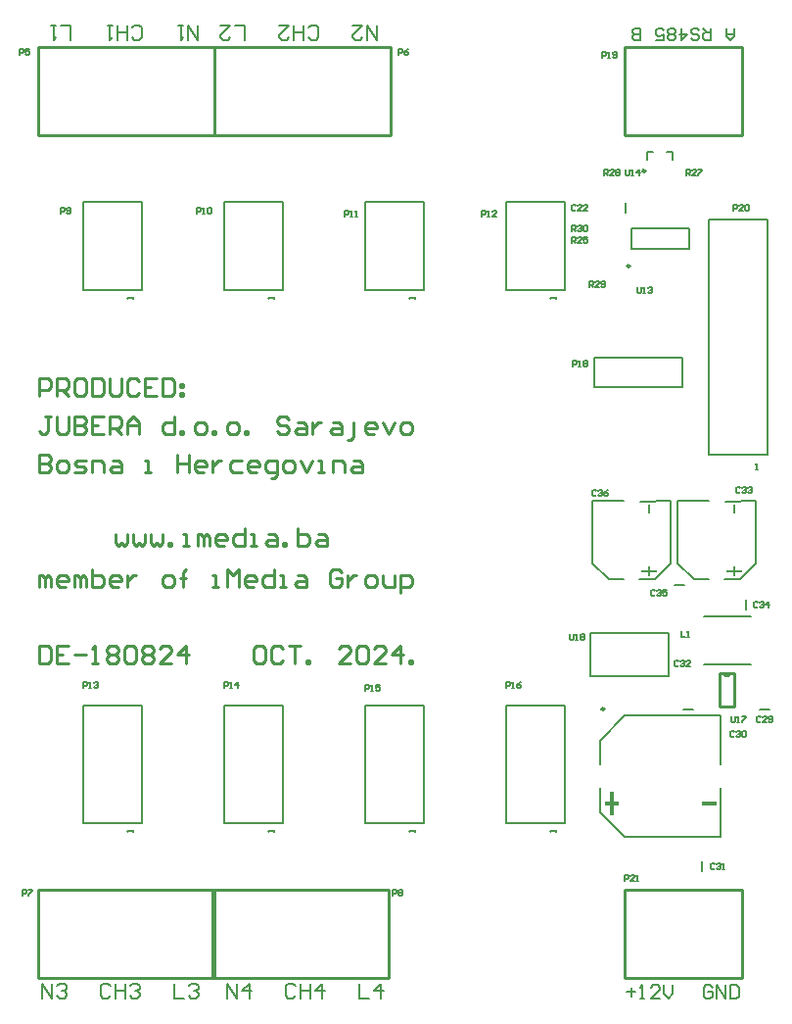
<source format=gto>
G04*
G04 #@! TF.GenerationSoftware,Altium Limited,Altium Designer,24.5.2 (23)*
G04*
G04 Layer_Color=65535*
%FSLAX25Y25*%
%MOIN*%
G70*
G04*
G04 #@! TF.SameCoordinates,2268A734-3591-48FF-B187-AB4D2D4595D2*
G04*
G04*
G04 #@! TF.FilePolarity,Positive*
G04*
G01*
G75*
%ADD10C,0.00984*%
%ADD11C,0.01000*%
%ADD12C,0.00787*%
%ADD13C,0.00598*%
%ADD14C,0.00600*%
%ADD15C,0.00800*%
%ADD16C,0.00500*%
G36*
X251576Y166996D02*
X250797D01*
Y170114D01*
X251576D01*
Y166996D01*
D02*
G37*
G36*
X222576D02*
X221797D01*
Y170114D01*
X222576D01*
Y166996D01*
D02*
G37*
G36*
X251576Y147638D02*
X253785D01*
Y146858D01*
X251576D01*
Y145689D01*
X250797D01*
Y146858D01*
X248588D01*
Y147638D01*
X250797D01*
Y148807D01*
X251576D01*
Y147638D01*
D02*
G37*
G36*
X222576D02*
X224785D01*
Y146858D01*
X222576D01*
Y145689D01*
X221797D01*
Y146858D01*
X219588D01*
Y147638D01*
X221797D01*
Y148807D01*
X222576D01*
Y147638D01*
D02*
G37*
G36*
X245133Y67641D02*
X240267D01*
Y68857D01*
X245133D01*
Y67641D01*
D02*
G37*
G36*
X210057Y68857D02*
X211881D01*
Y67641D01*
X210057D01*
Y64194D01*
X208840D01*
Y67641D01*
X207015D01*
Y68857D01*
X208840D01*
Y72304D01*
X210057D01*
Y68857D01*
D02*
G37*
D10*
X215646Y251102D02*
G03*
X215646Y251102I-492J0D01*
G01*
X220899Y283509D02*
G03*
X220899Y283509I-492J0D01*
G01*
X206937Y100496D02*
G03*
X206937Y100496I-492J0D01*
G01*
D11*
X247683Y112610D02*
G03*
X249553Y112610I935J0D01*
G01*
X73500Y39000D02*
X133500D01*
X73500Y9000D02*
X133500D01*
Y39000D01*
X73500Y9000D02*
Y39000D01*
X14000D02*
X74000D01*
X14000Y9000D02*
X74000D01*
Y39000D01*
X14000Y9000D02*
Y39000D01*
X247683Y112610D02*
X251000D01*
X246200D02*
X249553D01*
X246200Y101390D02*
Y112610D01*
Y101390D02*
X251000D01*
Y112610D01*
X213850Y325650D02*
X253850D01*
X213850Y295650D02*
Y325650D01*
X253850Y295650D02*
Y325650D01*
X213850Y295650D02*
X253850D01*
X74086D02*
X134086D01*
X74086Y325650D02*
X134086D01*
X74086Y295650D02*
Y325650D01*
X134086Y295650D02*
Y325650D01*
X14000Y295650D02*
X74000D01*
X14000Y325650D02*
X74000D01*
X14000Y295650D02*
Y325650D01*
X74000Y295650D02*
Y325650D01*
X213850Y39000D02*
X253850D01*
X213850Y9000D02*
Y39000D01*
X253850Y9000D02*
Y39000D01*
X213850Y9000D02*
X253850D01*
X14524Y142000D02*
Y145999D01*
X15523D01*
X16523Y144999D01*
Y142000D01*
Y144999D01*
X17523Y145999D01*
X18522Y144999D01*
Y142000D01*
X23521D02*
X21521D01*
X20522Y143000D01*
Y144999D01*
X21521Y145999D01*
X23521D01*
X24520Y144999D01*
Y143999D01*
X20522D01*
X26520Y142000D02*
Y145999D01*
X27519D01*
X28519Y144999D01*
Y142000D01*
Y144999D01*
X29519Y145999D01*
X30518Y144999D01*
Y142000D01*
X32518Y147998D02*
Y142000D01*
X35517D01*
X36516Y143000D01*
Y143999D01*
Y144999D01*
X35517Y145999D01*
X32518D01*
X41515Y142000D02*
X39516D01*
X38516Y143000D01*
Y144999D01*
X39516Y145999D01*
X41515D01*
X42515Y144999D01*
Y143999D01*
X38516D01*
X44514Y145999D02*
Y142000D01*
Y143999D01*
X45514Y144999D01*
X46513Y145999D01*
X47513D01*
X57510Y142000D02*
X59509D01*
X60509Y143000D01*
Y144999D01*
X59509Y145999D01*
X57510D01*
X56510Y144999D01*
Y143000D01*
X57510Y142000D01*
X63508D02*
Y146998D01*
Y144999D01*
X62508D01*
X64507D01*
X63508D01*
Y146998D01*
X64507Y147998D01*
X73505Y142000D02*
X75504D01*
X74504D01*
Y145999D01*
X73505D01*
X78503Y142000D02*
Y147998D01*
X80502Y145999D01*
X82502Y147998D01*
Y142000D01*
X87500D02*
X85501D01*
X84501Y143000D01*
Y144999D01*
X85501Y145999D01*
X87500D01*
X88500Y144999D01*
Y143999D01*
X84501D01*
X94498Y147998D02*
Y142000D01*
X91499D01*
X90499Y143000D01*
Y144999D01*
X91499Y145999D01*
X94498D01*
X96497Y142000D02*
X98496D01*
X97497D01*
Y145999D01*
X96497D01*
X102495D02*
X104495D01*
X105494Y144999D01*
Y142000D01*
X102495D01*
X101496Y143000D01*
X102495Y143999D01*
X105494D01*
X117490Y146998D02*
X116491Y147998D01*
X114491D01*
X113492Y146998D01*
Y143000D01*
X114491Y142000D01*
X116491D01*
X117490Y143000D01*
Y144999D01*
X115491D01*
X119490Y145999D02*
Y142000D01*
Y143999D01*
X120489Y144999D01*
X121489Y145999D01*
X122489D01*
X126487Y142000D02*
X128487D01*
X129486Y143000D01*
Y144999D01*
X128487Y145999D01*
X126487D01*
X125488Y144999D01*
Y143000D01*
X126487Y142000D01*
X131486Y145999D02*
Y143000D01*
X132485Y142000D01*
X135485D01*
Y145999D01*
X137484Y140001D02*
Y145999D01*
X140483D01*
X141482Y144999D01*
Y143000D01*
X140483Y142000D01*
X137484D01*
X14500Y121998D02*
Y116000D01*
X17499D01*
X18499Y117000D01*
Y120998D01*
X17499Y121998D01*
X14500D01*
X24497D02*
X20498D01*
Y116000D01*
X24497D01*
X20498Y118999D02*
X22497D01*
X26496D02*
X30495D01*
X32494Y116000D02*
X34493D01*
X33494D01*
Y121998D01*
X32494Y120998D01*
X37493D02*
X38492Y121998D01*
X40492D01*
X41491Y120998D01*
Y119999D01*
X40492Y118999D01*
X41491Y117999D01*
Y117000D01*
X40492Y116000D01*
X38492D01*
X37493Y117000D01*
Y117999D01*
X38492Y118999D01*
X37493Y119999D01*
Y120998D01*
X38492Y118999D02*
X40492D01*
X43491Y120998D02*
X44490Y121998D01*
X46490D01*
X47489Y120998D01*
Y117000D01*
X46490Y116000D01*
X44490D01*
X43491Y117000D01*
Y120998D01*
X49489D02*
X50488Y121998D01*
X52488D01*
X53487Y120998D01*
Y119999D01*
X52488Y118999D01*
X53487Y117999D01*
Y117000D01*
X52488Y116000D01*
X50488D01*
X49489Y117000D01*
Y117999D01*
X50488Y118999D01*
X49489Y119999D01*
Y120998D01*
X50488Y118999D02*
X52488D01*
X59486Y116000D02*
X55487D01*
X59486Y119999D01*
Y120998D01*
X58486Y121998D01*
X56486D01*
X55487Y120998D01*
X64484Y116000D02*
Y121998D01*
X61485Y118999D01*
X65483D01*
X14500Y207000D02*
Y212998D01*
X17499D01*
X18499Y211998D01*
Y209999D01*
X17499Y208999D01*
X14500D01*
X20498Y207000D02*
Y212998D01*
X23497D01*
X24497Y211998D01*
Y209999D01*
X23497Y208999D01*
X20498D01*
X22497D02*
X24497Y207000D01*
X29495Y212998D02*
X27496D01*
X26496Y211998D01*
Y208000D01*
X27496Y207000D01*
X29495D01*
X30495Y208000D01*
Y211998D01*
X29495Y212998D01*
X32494D02*
Y207000D01*
X35493D01*
X36493Y208000D01*
Y211998D01*
X35493Y212998D01*
X32494D01*
X38492D02*
Y208000D01*
X39492Y207000D01*
X41491D01*
X42491Y208000D01*
Y212998D01*
X48489Y211998D02*
X47489Y212998D01*
X45490D01*
X44490Y211998D01*
Y208000D01*
X45490Y207000D01*
X47489D01*
X48489Y208000D01*
X54487Y212998D02*
X50488D01*
Y207000D01*
X54487D01*
X50488Y209999D02*
X52488D01*
X56486Y212998D02*
Y207000D01*
X59486D01*
X60485Y208000D01*
Y211998D01*
X59486Y212998D01*
X56486D01*
X62485Y210999D02*
X63484D01*
Y209999D01*
X62485D01*
Y210999D01*
Y208000D02*
X63484D01*
Y207000D01*
X62485D01*
Y208000D01*
X14500Y186998D02*
Y181000D01*
X17499D01*
X18499Y182000D01*
Y182999D01*
X17499Y183999D01*
X14500D01*
X17499D01*
X18499Y184999D01*
Y185998D01*
X17499Y186998D01*
X14500D01*
X21498Y181000D02*
X23497D01*
X24497Y182000D01*
Y183999D01*
X23497Y184999D01*
X21498D01*
X20498Y183999D01*
Y182000D01*
X21498Y181000D01*
X26496D02*
X29495D01*
X30495Y182000D01*
X29495Y182999D01*
X27496D01*
X26496Y183999D01*
X27496Y184999D01*
X30495D01*
X32494Y181000D02*
Y184999D01*
X35493D01*
X36493Y183999D01*
Y181000D01*
X39492Y184999D02*
X41491D01*
X42491Y183999D01*
Y181000D01*
X39492D01*
X38492Y182000D01*
X39492Y182999D01*
X42491D01*
X50488Y181000D02*
X52488D01*
X51488D01*
Y184999D01*
X50488D01*
X61485Y186998D02*
Y181000D01*
Y183999D01*
X65483D01*
Y186998D01*
Y181000D01*
X70482D02*
X68483D01*
X67483Y182000D01*
Y183999D01*
X68483Y184999D01*
X70482D01*
X71482Y183999D01*
Y182999D01*
X67483D01*
X73481Y184999D02*
Y181000D01*
Y182999D01*
X74481Y183999D01*
X75480Y184999D01*
X76480D01*
X83478D02*
X80479D01*
X79479Y183999D01*
Y182000D01*
X80479Y181000D01*
X83478D01*
X88476D02*
X86477D01*
X85477Y182000D01*
Y183999D01*
X86477Y184999D01*
X88476D01*
X89476Y183999D01*
Y182999D01*
X85477D01*
X93475Y179001D02*
X94474D01*
X95474Y180000D01*
Y184999D01*
X92475D01*
X91475Y183999D01*
Y182000D01*
X92475Y181000D01*
X95474D01*
X98473D02*
X100472D01*
X101472Y182000D01*
Y183999D01*
X100472Y184999D01*
X98473D01*
X97473Y183999D01*
Y182000D01*
X98473Y181000D01*
X103471Y184999D02*
X105471Y181000D01*
X107470Y184999D01*
X109469Y181000D02*
X111469D01*
X110469D01*
Y184999D01*
X109469D01*
X114468Y181000D02*
Y184999D01*
X117467D01*
X118466Y183999D01*
Y181000D01*
X121465Y184999D02*
X123465D01*
X124464Y183999D01*
Y181000D01*
X121465D01*
X120466Y182000D01*
X121465Y182999D01*
X124464D01*
X18499Y199998D02*
X16499D01*
X17499D01*
Y195000D01*
X16499Y194000D01*
X15500D01*
X14500Y195000D01*
X20498Y199998D02*
Y195000D01*
X21498Y194000D01*
X23497D01*
X24497Y195000D01*
Y199998D01*
X26496D02*
Y194000D01*
X29495D01*
X30495Y195000D01*
Y195999D01*
X29495Y196999D01*
X26496D01*
X29495D01*
X30495Y197999D01*
Y198998D01*
X29495Y199998D01*
X26496D01*
X36493D02*
X32494D01*
Y194000D01*
X36493D01*
X32494Y196999D02*
X34493D01*
X38492Y194000D02*
Y199998D01*
X41491D01*
X42491Y198998D01*
Y196999D01*
X41491Y195999D01*
X38492D01*
X40492D02*
X42491Y194000D01*
X44490D02*
Y197999D01*
X46490Y199998D01*
X48489Y197999D01*
Y194000D01*
Y196999D01*
X44490D01*
X60485Y199998D02*
Y194000D01*
X57486D01*
X56486Y195000D01*
Y196999D01*
X57486Y197999D01*
X60485D01*
X62485Y194000D02*
Y195000D01*
X63484D01*
Y194000D01*
X62485D01*
X68483D02*
X70482D01*
X71482Y195000D01*
Y196999D01*
X70482Y197999D01*
X68483D01*
X67483Y196999D01*
Y195000D01*
X68483Y194000D01*
X73481D02*
Y195000D01*
X74481D01*
Y194000D01*
X73481D01*
X79479D02*
X81478D01*
X82478Y195000D01*
Y196999D01*
X81478Y197999D01*
X79479D01*
X78479Y196999D01*
Y195000D01*
X79479Y194000D01*
X84477D02*
Y195000D01*
X85477D01*
Y194000D01*
X84477D01*
X99472Y198998D02*
X98473Y199998D01*
X96473D01*
X95474Y198998D01*
Y197999D01*
X96473Y196999D01*
X98473D01*
X99472Y195999D01*
Y195000D01*
X98473Y194000D01*
X96473D01*
X95474Y195000D01*
X102471Y197999D02*
X104471D01*
X105471Y196999D01*
Y194000D01*
X102471D01*
X101472Y195000D01*
X102471Y195999D01*
X105471D01*
X107470Y197999D02*
Y194000D01*
Y195999D01*
X108470Y196999D01*
X109469Y197999D01*
X110469D01*
X114468D02*
X116467D01*
X117467Y196999D01*
Y194000D01*
X114468D01*
X113468Y195000D01*
X114468Y195999D01*
X117467D01*
X119466Y192001D02*
X120466D01*
X121465Y193000D01*
Y197999D01*
X128463Y194000D02*
X126464D01*
X125464Y195000D01*
Y196999D01*
X126464Y197999D01*
X128463D01*
X129463Y196999D01*
Y195999D01*
X125464D01*
X131462Y197999D02*
X133461Y194000D01*
X135461Y197999D01*
X138460Y194000D02*
X140459D01*
X141459Y195000D01*
Y196999D01*
X140459Y197999D01*
X138460D01*
X137460Y196999D01*
Y195000D01*
X138460Y194000D01*
X90499Y121998D02*
X88500D01*
X87500Y120998D01*
Y117000D01*
X88500Y116000D01*
X90499D01*
X91499Y117000D01*
Y120998D01*
X90499Y121998D01*
X97497Y120998D02*
X96497Y121998D01*
X94498D01*
X93498Y120998D01*
Y117000D01*
X94498Y116000D01*
X96497D01*
X97497Y117000D01*
X99496Y121998D02*
X103495D01*
X101496D01*
Y116000D01*
X105494D02*
Y117000D01*
X106494D01*
Y116000D01*
X105494D01*
X120489D02*
X116491D01*
X120489Y119999D01*
Y120998D01*
X119490Y121998D01*
X117490D01*
X116491Y120998D01*
X122489D02*
X123488Y121998D01*
X125488D01*
X126487Y120998D01*
Y117000D01*
X125488Y116000D01*
X123488D01*
X122489Y117000D01*
Y120998D01*
X132485Y116000D02*
X128487D01*
X132485Y119999D01*
Y120998D01*
X131486Y121998D01*
X129486D01*
X128487Y120998D01*
X137484Y116000D02*
Y121998D01*
X134485Y118999D01*
X138484D01*
X140483Y116000D02*
Y117000D01*
X141482D01*
Y116000D01*
X140483D01*
X40500Y159999D02*
Y157000D01*
X41500Y156000D01*
X42499Y157000D01*
X43499Y156000D01*
X44499Y157000D01*
Y159999D01*
X46498D02*
Y157000D01*
X47498Y156000D01*
X48497Y157000D01*
X49497Y156000D01*
X50497Y157000D01*
Y159999D01*
X52496D02*
Y157000D01*
X53496Y156000D01*
X54496Y157000D01*
X55495Y156000D01*
X56495Y157000D01*
Y159999D01*
X58494Y156000D02*
Y157000D01*
X59494D01*
Y156000D01*
X58494D01*
X63493D02*
X65492D01*
X64492D01*
Y159999D01*
X63493D01*
X68491Y156000D02*
Y159999D01*
X69491D01*
X70490Y158999D01*
Y156000D01*
Y158999D01*
X71490Y159999D01*
X72490Y158999D01*
Y156000D01*
X77488D02*
X75489D01*
X74489Y157000D01*
Y158999D01*
X75489Y159999D01*
X77488D01*
X78488Y158999D01*
Y157999D01*
X74489D01*
X84486Y161998D02*
Y156000D01*
X81487D01*
X80487Y157000D01*
Y158999D01*
X81487Y159999D01*
X84486D01*
X86485Y156000D02*
X88485D01*
X87485D01*
Y159999D01*
X86485D01*
X92483D02*
X94482D01*
X95482Y158999D01*
Y156000D01*
X92483D01*
X91483Y157000D01*
X92483Y157999D01*
X95482D01*
X97482Y156000D02*
Y157000D01*
X98481D01*
Y156000D01*
X97482D01*
X102480Y161998D02*
Y156000D01*
X105479D01*
X106479Y157000D01*
Y157999D01*
Y158999D01*
X105479Y159999D01*
X102480D01*
X109478D02*
X111477D01*
X112477Y158999D01*
Y156000D01*
X109478D01*
X108478Y157000D01*
X109478Y157999D01*
X112477D01*
D12*
X235842Y257008D02*
Y264094D01*
X216158Y257008D02*
Y264094D01*
X235842D01*
X216158Y257008D02*
X235842D01*
X228280Y289808D02*
X230249D01*
Y287446D02*
Y289808D01*
X221587D02*
X223556D01*
X221587Y287446D02*
Y289808D01*
X203500Y210000D02*
X233500D01*
Y220000D01*
X203500D02*
X233500D01*
X203500Y210000D02*
Y220000D01*
X259925Y100307D02*
X263075D01*
X233925D02*
X237075D01*
X255193Y134425D02*
Y137575D01*
X230925Y142693D02*
X234075D01*
X202311Y126284D02*
X228689D01*
Y111716D02*
Y126284D01*
X202311Y111716D02*
X228689D01*
X202311D02*
Y126284D01*
X240193Y45425D02*
Y48575D01*
X193500Y253833D02*
Y273000D01*
Y243000D02*
Y273000D01*
X173500Y243000D02*
Y273000D01*
Y243000D02*
X193500D01*
X173500Y273000D02*
X193500D01*
X145500Y253833D02*
Y273000D01*
Y243000D02*
Y273000D01*
X125500Y243000D02*
Y273000D01*
Y243000D02*
X145500D01*
X125500Y273000D02*
X145500D01*
X97500Y253833D02*
Y273000D01*
Y243000D02*
Y273000D01*
X77500Y243000D02*
Y273000D01*
Y243000D02*
X97500D01*
X77500Y273000D02*
X97500D01*
X49500Y253833D02*
Y273000D01*
Y243000D02*
Y273000D01*
X29500Y243000D02*
Y273000D01*
Y243000D02*
X49500D01*
X29500Y273000D02*
X49500D01*
X214193Y269425D02*
Y272575D01*
X242500Y187000D02*
Y267000D01*
X262500Y187000D02*
Y267000D01*
X242500Y187000D02*
X262500D01*
X242500Y267000D02*
X262500D01*
X145500Y61500D02*
Y101500D01*
X125500Y61500D02*
Y101500D01*
Y61500D02*
X145500D01*
X125500Y101500D02*
X145500D01*
X193500Y61500D02*
Y101500D01*
X173500Y61500D02*
Y101500D01*
Y61500D02*
X193500D01*
X173500Y101500D02*
X193500D01*
X97500Y61500D02*
Y101500D01*
X77500Y61500D02*
Y101500D01*
Y61500D02*
X97500D01*
X77500Y101500D02*
X97500D01*
X49500Y61500D02*
Y101500D01*
X29500Y61500D02*
Y101500D01*
Y61500D02*
X49500D01*
X29500Y101500D02*
X49500D01*
D13*
X246650Y81533D02*
Y98151D01*
Y57000D02*
Y73619D01*
X205499Y65410D02*
Y73619D01*
Y81533D02*
Y89741D01*
D14*
X213909Y98151D02*
X246650D01*
X205499Y89741D02*
X213909Y98151D01*
Y57000D02*
X246650D01*
X205499Y65410D02*
X213909Y57000D01*
X208415Y144610D02*
X213510D01*
X202918Y150106D02*
X208415Y144610D01*
X202918Y150106D02*
Y171194D01*
X213424Y171168D01*
X218910Y144664D02*
X224010Y144612D01*
X229500Y150102D01*
Y171192D01*
X219121Y171113D02*
X229500Y171192D01*
X237415Y144610D02*
X242510D01*
X231918Y150106D02*
X237415Y144610D01*
X231918Y150106D02*
Y171194D01*
X242424Y171168D01*
X247910Y144664D02*
X253010Y144612D01*
X258500Y150102D01*
Y171192D01*
X248120Y171113D02*
X258500Y171192D01*
D15*
X240953Y132035D02*
X256701Y132035D01*
X240953Y115500D02*
X256701Y115500D01*
X251000Y332000D02*
Y329334D01*
X249667Y328001D01*
X248334Y329334D01*
Y332000D01*
Y330001D01*
X251000D01*
X243003Y332000D02*
Y328001D01*
X241003D01*
X240337Y328668D01*
Y330001D01*
X241003Y330667D01*
X243003D01*
X241670D02*
X240337Y332000D01*
X236338Y328668D02*
X237004Y328001D01*
X238337D01*
X239004Y328668D01*
Y329334D01*
X238337Y330001D01*
X237004D01*
X236338Y330667D01*
Y331334D01*
X237004Y332000D01*
X238337D01*
X239004Y331334D01*
X233006Y332000D02*
Y328001D01*
X235005Y330001D01*
X232339D01*
X231006Y328668D02*
X230340Y328001D01*
X229007D01*
X228341Y328668D01*
Y329334D01*
X229007Y330001D01*
X228341Y330667D01*
Y331334D01*
X229007Y332000D01*
X230340D01*
X231006Y331334D01*
Y330667D01*
X230340Y330001D01*
X231006Y329334D01*
Y328668D01*
X230340Y330001D02*
X229007D01*
X224342Y328001D02*
X227008D01*
Y330001D01*
X225675Y329334D01*
X225008D01*
X224342Y330001D01*
Y331334D01*
X225008Y332000D01*
X226341D01*
X227008Y331334D01*
X219010Y328001D02*
Y332000D01*
X217011D01*
X216344Y331334D01*
Y330667D01*
X217011Y330001D01*
X219010D01*
X217011D01*
X216344Y329334D01*
Y328668D01*
X217011Y328001D01*
X219010D01*
X214500Y4249D02*
X217499D01*
X216000Y5749D02*
Y2750D01*
X218999Y2000D02*
X220498D01*
X219748D01*
Y6499D01*
X218999Y5749D01*
X225746Y2000D02*
X222747D01*
X225746Y4999D01*
Y5749D01*
X224997Y6499D01*
X223497D01*
X222747Y5749D01*
X227246Y6499D02*
Y3500D01*
X228745Y2000D01*
X230245Y3500D01*
Y6499D01*
X243741Y5749D02*
X242991Y6499D01*
X241491D01*
X240741Y5749D01*
Y2750D01*
X241491Y2000D01*
X242991D01*
X243741Y2750D01*
Y4249D01*
X242241D01*
X245240Y2000D02*
Y6499D01*
X248239Y2000D01*
Y6499D01*
X249739D02*
Y2000D01*
X251988D01*
X252738Y2750D01*
Y5749D01*
X251988Y6499D01*
X249739D01*
X15500Y2000D02*
Y6998D01*
X18832Y2000D01*
Y6998D01*
X20498Y6165D02*
X21331Y6998D01*
X22998D01*
X23831Y6165D01*
Y5332D01*
X22998Y4499D01*
X22164D01*
X22998D01*
X23831Y3666D01*
Y2833D01*
X22998Y2000D01*
X21331D01*
X20498Y2833D01*
X38826Y6165D02*
X37993Y6998D01*
X36327D01*
X35493Y6165D01*
Y2833D01*
X36327Y2000D01*
X37993D01*
X38826Y2833D01*
X40492Y6998D02*
Y2000D01*
Y4499D01*
X43824D01*
Y6998D01*
Y2000D01*
X45490Y6165D02*
X46323Y6998D01*
X47989D01*
X48823Y6165D01*
Y5332D01*
X47989Y4499D01*
X47156D01*
X47989D01*
X48823Y3666D01*
Y2833D01*
X47989Y2000D01*
X46323D01*
X45490Y2833D01*
X60485Y6998D02*
Y2000D01*
X63818D01*
X65484Y6165D02*
X66317Y6998D01*
X67983D01*
X68816Y6165D01*
Y5332D01*
X67983Y4499D01*
X67150D01*
X67983D01*
X68816Y3666D01*
Y2833D01*
X67983Y2000D01*
X66317D01*
X65484Y2833D01*
X68500Y333000D02*
Y328002D01*
X65168Y333000D01*
Y328002D01*
X63502Y333000D02*
X61835D01*
X62669D01*
Y328002D01*
X63502Y328835D01*
X46007D02*
X46840Y328002D01*
X48507D01*
X49340Y328835D01*
Y332167D01*
X48507Y333000D01*
X46840D01*
X46007Y332167D01*
X44341Y328002D02*
Y333000D01*
Y330501D01*
X41009D01*
Y328002D01*
Y333000D01*
X39343D02*
X37677D01*
X38510D01*
Y328002D01*
X39343Y328835D01*
X25181Y328002D02*
Y333000D01*
X21848D01*
X20182D02*
X18516D01*
X19349D01*
Y328002D01*
X20182Y328835D01*
X129500Y333000D02*
Y328002D01*
X126168Y333000D01*
Y328002D01*
X121169Y333000D02*
X124502D01*
X121169Y329668D01*
Y328835D01*
X122002Y328002D01*
X123669D01*
X124502Y328835D01*
X106174D02*
X107007Y328002D01*
X108673D01*
X109506Y328835D01*
Y332167D01*
X108673Y333000D01*
X107007D01*
X106174Y332167D01*
X104508Y328002D02*
Y333000D01*
Y330501D01*
X101176D01*
Y328002D01*
Y333000D01*
X96178D02*
X99510D01*
X96178Y329668D01*
Y328835D01*
X97010Y328002D01*
X98677D01*
X99510Y328835D01*
X84515Y328002D02*
Y333000D01*
X81182D01*
X76184D02*
X79516D01*
X76184Y329668D01*
Y328835D01*
X77017Y328002D01*
X78683D01*
X79516Y328835D01*
X78500Y2000D02*
Y6998D01*
X81832Y2000D01*
Y6998D01*
X85998Y2000D02*
Y6998D01*
X83498Y4499D01*
X86831D01*
X101826Y6165D02*
X100993Y6998D01*
X99327D01*
X98493Y6165D01*
Y2833D01*
X99327Y2000D01*
X100993D01*
X101826Y2833D01*
X103492Y6998D02*
Y2000D01*
Y4499D01*
X106824D01*
Y6998D01*
Y2000D01*
X110989D02*
Y6998D01*
X108490Y4499D01*
X111822D01*
X123485Y6998D02*
Y2000D01*
X126818D01*
X130983D02*
Y6998D01*
X128484Y4499D01*
X131816D01*
D16*
X258500Y182000D02*
X259166D01*
X258833D01*
Y183999D01*
X258500Y183666D01*
X142500Y58500D02*
Y59166D01*
Y58833D01*
X140501D01*
X140834Y58500D01*
X142500Y240000D02*
Y240666D01*
Y240333D01*
X140501D01*
X140834Y240000D01*
X190500D02*
Y240666D01*
Y240333D01*
X188501D01*
X188834Y240000D01*
X94500D02*
Y240666D01*
Y240333D01*
X92501D01*
X92834Y240000D01*
X46500D02*
Y240666D01*
Y240333D01*
X44501D01*
X44834Y240000D01*
X190500Y58500D02*
Y59166D01*
Y58833D01*
X188501D01*
X188834Y58500D01*
X94500D02*
Y59166D01*
Y58833D01*
X92501D01*
X92834Y58500D01*
X46500D02*
Y59166D01*
Y58833D01*
X44501D01*
X44834Y58500D01*
X195001Y126000D02*
Y124334D01*
X195334Y124000D01*
X196001D01*
X196334Y124334D01*
Y126000D01*
X197000Y124000D02*
X197667D01*
X197333D01*
Y126000D01*
X197000Y125666D01*
X198666D02*
X199000Y126000D01*
X199666D01*
X199999Y125666D01*
Y125333D01*
X199666Y125000D01*
X199999Y124667D01*
Y124334D01*
X199666Y124000D01*
X199000D01*
X198666Y124334D01*
Y124667D01*
X199000Y125000D01*
X198666Y125333D01*
Y125666D01*
X199000Y125000D02*
X199666D01*
X250001Y98000D02*
Y96334D01*
X250334Y96000D01*
X251000D01*
X251334Y96334D01*
Y98000D01*
X252000Y96000D02*
X252667D01*
X252333D01*
Y98000D01*
X252000Y97667D01*
X253666Y98000D02*
X254999D01*
Y97667D01*
X253666Y96334D01*
Y96000D01*
X214001Y284000D02*
Y282334D01*
X214334Y282000D01*
X215001D01*
X215334Y282334D01*
Y284000D01*
X216000Y282000D02*
X216667D01*
X216333D01*
Y284000D01*
X216000Y283666D01*
X218666Y282000D02*
Y284000D01*
X217666Y283000D01*
X218999D01*
X218001Y244000D02*
Y242334D01*
X218334Y242000D01*
X219001D01*
X219334Y242334D01*
Y244000D01*
X220000Y242000D02*
X220667D01*
X220333D01*
Y244000D01*
X220000Y243667D01*
X221666D02*
X222000Y244000D01*
X222666D01*
X222999Y243667D01*
Y243333D01*
X222666Y243000D01*
X222333D01*
X222666D01*
X222999Y242667D01*
Y242334D01*
X222666Y242000D01*
X222000D01*
X221666Y242334D01*
X195834Y263000D02*
Y265000D01*
X196834D01*
X197167Y264667D01*
Y264000D01*
X196834Y263667D01*
X195834D01*
X196501D02*
X197167Y263000D01*
X197834Y264667D02*
X198167Y265000D01*
X198833D01*
X199167Y264667D01*
Y264333D01*
X198833Y264000D01*
X198500D01*
X198833D01*
X199167Y263667D01*
Y263334D01*
X198833Y263000D01*
X198167D01*
X197834Y263334D01*
X199833Y264667D02*
X200166Y265000D01*
X200833D01*
X201166Y264667D01*
Y263334D01*
X200833Y263000D01*
X200166D01*
X199833Y263334D01*
Y264667D01*
X201834Y244000D02*
Y246000D01*
X202834D01*
X203167Y245667D01*
Y245000D01*
X202834Y244667D01*
X201834D01*
X202501D02*
X203167Y244000D01*
X205166D02*
X203834D01*
X205166Y245333D01*
Y245667D01*
X204833Y246000D01*
X204167D01*
X203834Y245667D01*
X205833Y244334D02*
X206166Y244000D01*
X206833D01*
X207166Y244334D01*
Y245667D01*
X206833Y246000D01*
X206166D01*
X205833Y245667D01*
Y245333D01*
X206166Y245000D01*
X207166D01*
X206834Y282000D02*
Y284000D01*
X207834D01*
X208167Y283666D01*
Y283000D01*
X207834Y282667D01*
X206834D01*
X207501D02*
X208167Y282000D01*
X210166D02*
X208834D01*
X210166Y283333D01*
Y283666D01*
X209833Y284000D01*
X209167D01*
X208834Y283666D01*
X210833D02*
X211166Y284000D01*
X211833D01*
X212166Y283666D01*
Y283333D01*
X211833Y283000D01*
X212166Y282667D01*
Y282334D01*
X211833Y282000D01*
X211166D01*
X210833Y282334D01*
Y282667D01*
X211166Y283000D01*
X210833Y283333D01*
Y283666D01*
X211166Y283000D02*
X211833D01*
X234834Y282000D02*
Y284000D01*
X235834D01*
X236167Y283666D01*
Y283000D01*
X235834Y282667D01*
X234834D01*
X235501D02*
X236167Y282000D01*
X238166D02*
X236834D01*
X238166Y283333D01*
Y283666D01*
X237833Y284000D01*
X237167D01*
X236834Y283666D01*
X238833Y284000D02*
X240166D01*
Y283666D01*
X238833Y282334D01*
Y282000D01*
X195834Y259000D02*
Y261000D01*
X196834D01*
X197167Y260666D01*
Y260000D01*
X196834Y259667D01*
X195834D01*
X196501D02*
X197167Y259000D01*
X199167D02*
X197834D01*
X199167Y260333D01*
Y260666D01*
X198833Y261000D01*
X198167D01*
X197834Y260666D01*
X201166Y261000D02*
X199833D01*
Y260000D01*
X200499Y260333D01*
X200833D01*
X201166Y260000D01*
Y259334D01*
X200833Y259000D01*
X200166D01*
X199833Y259334D01*
X213900Y42000D02*
Y43999D01*
X214900D01*
X215233Y43666D01*
Y43000D01*
X214900Y42666D01*
X213900D01*
X217232Y42000D02*
X215899D01*
X217232Y43333D01*
Y43666D01*
X216899Y43999D01*
X216233D01*
X215899Y43666D01*
X217899Y42000D02*
X218565D01*
X218232D01*
Y43999D01*
X217899Y43666D01*
X250834Y270000D02*
Y272000D01*
X251834D01*
X252167Y271667D01*
Y271000D01*
X251834Y270667D01*
X250834D01*
X254166Y270000D02*
X252834D01*
X254166Y271333D01*
Y271667D01*
X253833Y272000D01*
X253167D01*
X252834Y271667D01*
X254833D02*
X255166Y272000D01*
X255833D01*
X256166Y271667D01*
Y270334D01*
X255833Y270000D01*
X255166D01*
X254833Y270334D01*
Y271667D01*
X206001Y322000D02*
Y324000D01*
X207000D01*
X207334Y323667D01*
Y323000D01*
X207000Y322667D01*
X206001D01*
X208000Y322000D02*
X208667D01*
X208333D01*
Y324000D01*
X208000Y323667D01*
X209666Y322334D02*
X209999Y322000D01*
X210666D01*
X210999Y322334D01*
Y323667D01*
X210666Y324000D01*
X209999D01*
X209666Y323667D01*
Y323333D01*
X209999Y323000D01*
X210999D01*
X196001Y217000D02*
Y219000D01*
X197001D01*
X197334Y218667D01*
Y218000D01*
X197001Y217667D01*
X196001D01*
X198000Y217000D02*
X198667D01*
X198333D01*
Y219000D01*
X198000Y218667D01*
X199666D02*
X199999Y219000D01*
X200666D01*
X200999Y218667D01*
Y218333D01*
X200666Y218000D01*
X200999Y217667D01*
Y217334D01*
X200666Y217000D01*
X199999D01*
X199666Y217334D01*
Y217667D01*
X199999Y218000D01*
X199666Y218333D01*
Y218667D01*
X199999Y218000D02*
X200666D01*
X173600Y107500D02*
Y109499D01*
X174600D01*
X174933Y109166D01*
Y108500D01*
X174600Y108167D01*
X173600D01*
X175599Y107500D02*
X176266D01*
X175933D01*
Y109499D01*
X175599Y109166D01*
X178598Y109499D02*
X177932Y109166D01*
X177266Y108500D01*
Y107833D01*
X177599Y107500D01*
X178265D01*
X178598Y107833D01*
Y108167D01*
X178265Y108500D01*
X177266D01*
X125600Y106800D02*
Y108799D01*
X126600D01*
X126933Y108466D01*
Y107800D01*
X126600Y107466D01*
X125600D01*
X127599Y106800D02*
X128266D01*
X127933D01*
Y108799D01*
X127599Y108466D01*
X130598Y108799D02*
X129265D01*
Y107800D01*
X129932Y108133D01*
X130265D01*
X130598Y107800D01*
Y107133D01*
X130265Y106800D01*
X129599D01*
X129265Y107133D01*
X77600Y107500D02*
Y109499D01*
X78600D01*
X78933Y109166D01*
Y108500D01*
X78600Y108167D01*
X77600D01*
X79599Y107500D02*
X80266D01*
X79933D01*
Y109499D01*
X79599Y109166D01*
X82265Y107500D02*
Y109499D01*
X81265Y108500D01*
X82598D01*
X29600Y107500D02*
Y109499D01*
X30600D01*
X30933Y109166D01*
Y108500D01*
X30600Y108167D01*
X29600D01*
X31599Y107500D02*
X32266D01*
X31933D01*
Y109499D01*
X31599Y109166D01*
X33266D02*
X33599Y109499D01*
X34265D01*
X34598Y109166D01*
Y108833D01*
X34265Y108500D01*
X33932D01*
X34265D01*
X34598Y108167D01*
Y107833D01*
X34265Y107500D01*
X33599D01*
X33266Y107833D01*
X165001Y268000D02*
Y270000D01*
X166000D01*
X166334Y269667D01*
Y269000D01*
X166000Y268667D01*
X165001D01*
X167000Y268000D02*
X167667D01*
X167333D01*
Y270000D01*
X167000Y269667D01*
X169999Y268000D02*
X168666D01*
X169999Y269333D01*
Y269667D01*
X169666Y270000D01*
X169000D01*
X168666Y269667D01*
X118334Y268000D02*
Y270000D01*
X119334D01*
X119667Y269667D01*
Y269000D01*
X119334Y268667D01*
X118334D01*
X120333Y268000D02*
X121000D01*
X120667D01*
Y270000D01*
X120333Y269667D01*
X122000Y268000D02*
X122666D01*
X122333D01*
Y270000D01*
X122000Y269667D01*
X68001Y269000D02*
Y271000D01*
X69001D01*
X69334Y270667D01*
Y270000D01*
X69001Y269667D01*
X68001D01*
X70000Y269000D02*
X70667D01*
X70333D01*
Y271000D01*
X70000Y270667D01*
X71666D02*
X72000Y271000D01*
X72666D01*
X72999Y270667D01*
Y269334D01*
X72666Y269000D01*
X72000D01*
X71666Y269334D01*
Y270667D01*
X21834Y269000D02*
Y271000D01*
X22834D01*
X23167Y270667D01*
Y270000D01*
X22834Y269667D01*
X21834D01*
X23833Y269334D02*
X24167Y269000D01*
X24833D01*
X25166Y269334D01*
Y270667D01*
X24833Y271000D01*
X24167D01*
X23833Y270667D01*
Y270333D01*
X24167Y270000D01*
X25166D01*
X134834Y37000D02*
Y39000D01*
X135834D01*
X136167Y38666D01*
Y38000D01*
X135834Y37667D01*
X134834D01*
X136833Y38666D02*
X137167Y39000D01*
X137833D01*
X138166Y38666D01*
Y38333D01*
X137833Y38000D01*
X138166Y37667D01*
Y37334D01*
X137833Y37000D01*
X137167D01*
X136833Y37334D01*
Y37667D01*
X137167Y38000D01*
X136833Y38333D01*
Y38666D01*
X137167Y38000D02*
X137833D01*
X8834Y37000D02*
Y39000D01*
X9834D01*
X10167Y38666D01*
Y38000D01*
X9834Y37667D01*
X8834D01*
X10833Y39000D02*
X12166D01*
Y38666D01*
X10833Y37334D01*
Y37000D01*
X136834Y323000D02*
Y325000D01*
X137834D01*
X138167Y324667D01*
Y324000D01*
X137834Y323667D01*
X136834D01*
X140166Y325000D02*
X139500Y324667D01*
X138833Y324000D01*
Y323334D01*
X139166Y323000D01*
X139833D01*
X140166Y323334D01*
Y323667D01*
X139833Y324000D01*
X138833D01*
X7834Y323000D02*
Y325000D01*
X8834D01*
X9167Y324667D01*
Y324000D01*
X8834Y323667D01*
X7834D01*
X11166Y325000D02*
X9833D01*
Y324000D01*
X10500Y324333D01*
X10833D01*
X11166Y324000D01*
Y323334D01*
X10833Y323000D01*
X10166D01*
X9833Y323334D01*
X233167Y127000D02*
Y125000D01*
X234500D01*
X235166D02*
X235833D01*
X235500D01*
Y127000D01*
X235166Y126666D01*
X204167Y174667D02*
X203834Y175000D01*
X203167D01*
X202834Y174667D01*
Y173334D01*
X203167Y173000D01*
X203834D01*
X204167Y173334D01*
X204834Y174667D02*
X205167Y175000D01*
X205833D01*
X206166Y174667D01*
Y174333D01*
X205833Y174000D01*
X205500D01*
X205833D01*
X206166Y173667D01*
Y173334D01*
X205833Y173000D01*
X205167D01*
X204834Y173334D01*
X208166Y175000D02*
X207499Y174667D01*
X206833Y174000D01*
Y173334D01*
X207166Y173000D01*
X207833D01*
X208166Y173334D01*
Y173667D01*
X207833Y174000D01*
X206833D01*
X224167Y140666D02*
X223834Y141000D01*
X223167D01*
X222834Y140666D01*
Y139334D01*
X223167Y139000D01*
X223834D01*
X224167Y139334D01*
X224834Y140666D02*
X225167Y141000D01*
X225833D01*
X226166Y140666D01*
Y140333D01*
X225833Y140000D01*
X225500D01*
X225833D01*
X226166Y139667D01*
Y139334D01*
X225833Y139000D01*
X225167D01*
X224834Y139334D01*
X228166Y141000D02*
X226833D01*
Y140000D01*
X227499Y140333D01*
X227833D01*
X228166Y140000D01*
Y139334D01*
X227833Y139000D01*
X227166D01*
X226833Y139334D01*
X259167Y136667D02*
X258834Y137000D01*
X258167D01*
X257834Y136667D01*
Y135334D01*
X258167Y135000D01*
X258834D01*
X259167Y135334D01*
X259834Y136667D02*
X260167Y137000D01*
X260833D01*
X261166Y136667D01*
Y136333D01*
X260833Y136000D01*
X260500D01*
X260833D01*
X261166Y135667D01*
Y135334D01*
X260833Y135000D01*
X260167D01*
X259834Y135334D01*
X262833Y135000D02*
Y137000D01*
X261833Y136000D01*
X263166D01*
X253167Y175666D02*
X252834Y176000D01*
X252167D01*
X251834Y175666D01*
Y174334D01*
X252167Y174000D01*
X252834D01*
X253167Y174334D01*
X253834Y175666D02*
X254167Y176000D01*
X254833D01*
X255166Y175666D01*
Y175333D01*
X254833Y175000D01*
X254500D01*
X254833D01*
X255166Y174667D01*
Y174334D01*
X254833Y174000D01*
X254167D01*
X253834Y174334D01*
X255833Y175666D02*
X256166Y176000D01*
X256833D01*
X257166Y175666D01*
Y175333D01*
X256833Y175000D01*
X256499D01*
X256833D01*
X257166Y174667D01*
Y174334D01*
X256833Y174000D01*
X256166D01*
X255833Y174334D01*
X232167Y116666D02*
X231834Y117000D01*
X231167D01*
X230834Y116666D01*
Y115334D01*
X231167Y115000D01*
X231834D01*
X232167Y115334D01*
X232834Y116666D02*
X233167Y117000D01*
X233833D01*
X234166Y116666D01*
Y116333D01*
X233833Y116000D01*
X233500D01*
X233833D01*
X234166Y115667D01*
Y115334D01*
X233833Y115000D01*
X233167D01*
X232834Y115334D01*
X236166Y115000D02*
X234833D01*
X236166Y116333D01*
Y116666D01*
X235833Y117000D01*
X235166D01*
X234833Y116666D01*
X244500Y47666D02*
X244167Y48000D01*
X243501D01*
X243167Y47666D01*
Y46334D01*
X243501Y46000D01*
X244167D01*
X244500Y46334D01*
X245167Y47666D02*
X245500Y48000D01*
X246166D01*
X246500Y47666D01*
Y47333D01*
X246166Y47000D01*
X245833D01*
X246166D01*
X246500Y46667D01*
Y46334D01*
X246166Y46000D01*
X245500D01*
X245167Y46334D01*
X247166Y46000D02*
X247833D01*
X247499D01*
Y48000D01*
X247166Y47666D01*
X251167Y92667D02*
X250834Y93000D01*
X250167D01*
X249834Y92667D01*
Y91334D01*
X250167Y91000D01*
X250834D01*
X251167Y91334D01*
X251834Y92667D02*
X252167Y93000D01*
X252833D01*
X253166Y92667D01*
Y92333D01*
X252833Y92000D01*
X252500D01*
X252833D01*
X253166Y91667D01*
Y91334D01*
X252833Y91000D01*
X252167D01*
X251834Y91334D01*
X253833Y92667D02*
X254166Y93000D01*
X254833D01*
X255166Y92667D01*
Y91334D01*
X254833Y91000D01*
X254166D01*
X253833Y91334D01*
Y92667D01*
X260167Y97667D02*
X259834Y98000D01*
X259167D01*
X258834Y97667D01*
Y96334D01*
X259167Y96000D01*
X259834D01*
X260167Y96334D01*
X262166Y96000D02*
X260834D01*
X262166Y97333D01*
Y97667D01*
X261833Y98000D01*
X261167D01*
X260834Y97667D01*
X262833Y96334D02*
X263166Y96000D01*
X263833D01*
X264166Y96334D01*
Y97667D01*
X263833Y98000D01*
X263166D01*
X262833Y97667D01*
Y97333D01*
X263166Y97000D01*
X264166D01*
X197167Y271667D02*
X196834Y272000D01*
X196167D01*
X195834Y271667D01*
Y270334D01*
X196167Y270000D01*
X196834D01*
X197167Y270334D01*
X199167Y270000D02*
X197834D01*
X199167Y271333D01*
Y271667D01*
X198833Y272000D01*
X198167D01*
X197834Y271667D01*
X201166Y270000D02*
X199833D01*
X201166Y271333D01*
Y271667D01*
X200833Y272000D01*
X200166D01*
X199833Y271667D01*
M02*

</source>
